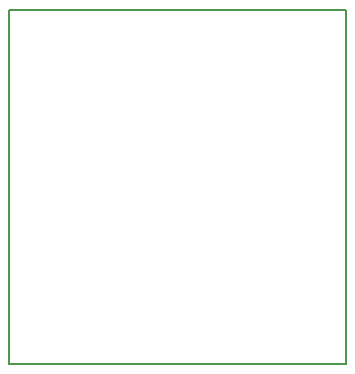
<source format=gbr>
%TF.GenerationSoftware,KiCad,Pcbnew,(5.1.6)-1*%
%TF.CreationDate,2021-09-30T15:23:08+02:00*%
%TF.ProjectId,Board,426f6172-642e-46b6-9963-61645f706362,rev?*%
%TF.SameCoordinates,PX367e320PY64168f0*%
%TF.FileFunction,Other,User*%
%FSLAX46Y46*%
G04 Gerber Fmt 4.6, Leading zero omitted, Abs format (unit mm)*
G04 Created by KiCad (PCBNEW (5.1.6)-1) date 2021-09-30 15:23:08*
%MOMM*%
%LPD*%
G01*
G04 APERTURE LIST*
%TA.AperFunction,Profile*%
%ADD10C,0.050000*%
%TD*%
%ADD11C,0.150000*%
G04 APERTURE END LIST*
D10*
X28500000Y0D02*
X0Y0D01*
X28500000Y30000000D02*
X28500000Y0D01*
X0Y30000000D02*
X28500000Y30000000D01*
X0Y0D02*
X0Y30000000D01*
D11*
X28500000Y0D02*
X0Y0D01*
X28500000Y30000000D02*
X28500000Y0D01*
X0Y30000000D02*
X28500000Y30000000D01*
X0Y0D02*
X0Y30000000D01*
M02*

</source>
